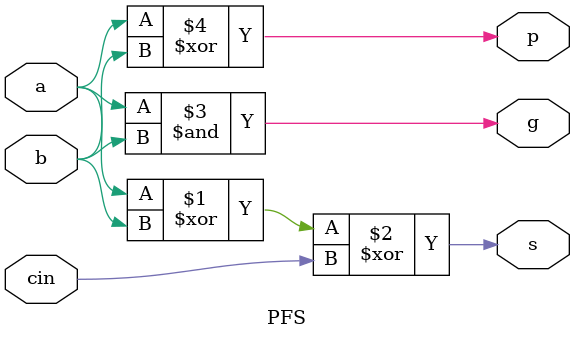
<source format=v>
module PFS (
    input a, b, cin,
    output s, g, p
);

    assign s = a ^ b ^ cin; // sum
    assign g = a & b;       // generate
    assign p = a ^ b;       // propagate
endmodule
</source>
